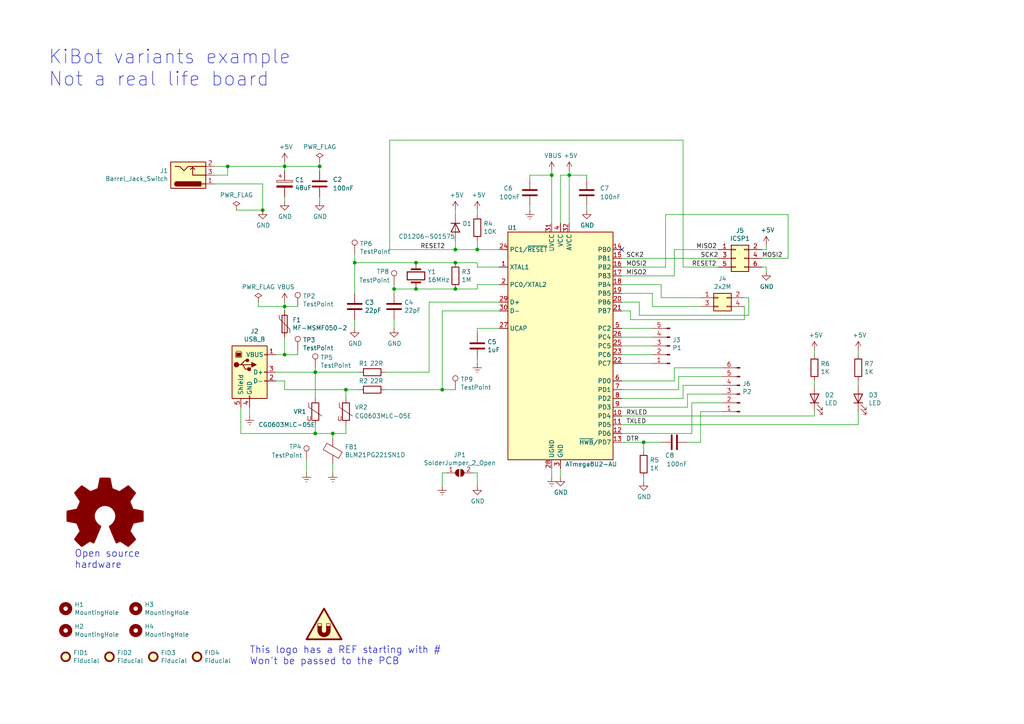
<source format=kicad_sch>
(kicad_sch (version 20230121) (generator eeschema)
  (paper "A4")
  (title_block (title "Arduino UNO programmer") (date "${date}") (rev "${git_hash}") (company "Instituto Nacional de Tecnología Industrial") (comment 1 "Just a copy of the original circuit, but not as ugly") (comment 4 "An example of KiBot variants"))
  (lib_symbols
    (symbol "Connector:Barrel_Jack_Switch" (pin_names hide)
      (property "Reference" "J" (at 0 5.334 0))
      (property "Value" "Barrel_Jack_Switch" (at 0 -5.08 0))
      (symbol "Barrel_Jack_Switch_1_1"
        (pin passive line (at 7.62 2.54 180) (length 2.54) (name "~") (number "1"))
        (pin passive line (at 7.62 -2.54 180) (length 2.54) (name "~") (number "2"))
        (pin passive line (at 7.62 0 180) (length 2.54) (name "~") (number "3"))
      )
    )
    (symbol "Connector:Conn_01x05_Male" (pin_names (offset 1.016) hide)
      (property "Reference" "J" (at 0 7.62 0))
      (property "Value" "Conn_01x05_Male" (at 0 -7.62 0))
      (symbol "Conn_01x05_Male_1_1"
        (pin passive line (at 5.08 5.08 180) (length 3.81) (name "Pin_1") (number "1"))
        (pin passive line (at 5.08 2.54 180) (length 3.81) (name "Pin_2") (number "2"))
        (pin passive line (at 5.08 0 180) (length 3.81) (name "Pin_3") (number "3"))
        (pin passive line (at 5.08 -2.54 180) (length 3.81) (name "Pin_4") (number "4"))
        (pin passive line (at 5.08 -5.08 180) (length 3.81) (name "Pin_5") (number "5"))
      )
    )
    (symbol "Connector:Conn_01x06_Male" (pin_names (offset 1.016) hide)
      (property "Reference" "J" (at 0 7.62 0))
      (property "Value" "Conn_01x06_Male" (at 0 -10.16 0))
      (symbol "Conn_01x06_Male_1_1"
        (pin passive line (at 5.08 5.08 180) (length 3.81) (name "Pin_1") (number "1"))
        (pin passive line (at 5.08 2.54 180) (length 3.81) (name "Pin_2") (number "2"))
        (pin passive line (at 5.08 0 180) (length 3.81) (name "Pin_3") (number "3"))
        (pin passive line (at 5.08 -2.54 180) (length 3.81) (name "Pin_4") (number "4"))
        (pin passive line (at 5.08 -5.08 180) (length 3.81) (name "Pin_5") (number "5"))
        (pin passive line (at 5.08 -7.62 180) (length 3.81) (name "Pin_6") (number "6"))
      )
    )
    (symbol "Connector:TestPoint" (pin_numbers hide) (pin_names (offset 0.762) hide)
      (property "Reference" "TP" (at 0 6.858 0))
      (property "Value" "TestPoint" (at 0 5.08 0))
      (symbol "TestPoint_1_1"
        (pin passive line (at 0 0 90) (length 2.54) (name "1") (number "1"))
      )
    )
    (symbol "Connector:USB_B" (pin_names (offset 1.016))
      (property "Reference" "J" (at -5.08 11.43 0))
      (property "Value" "USB_B" (at -5.08 8.89 0))
      (symbol "USB_B_1_1"
        (pin power_out line (at 7.62 5.08 180) (length 2.54) (name "VBUS") (number "1"))
        (pin bidirectional line (at 7.62 -2.54 180) (length 2.54) (name "D-") (number "2"))
        (pin bidirectional line (at 7.62 0 180) (length 2.54) (name "D+") (number "3"))
        (pin power_out line (at 0 -10.16 90) (length 2.54) (name "GND") (number "4"))
        (pin passive line (at -2.54 -10.16 90) (length 2.54) (name "Shield") (number "5"))
      )
    )
    (symbol "Connector_Generic:Conn_02x02_Odd_Even" (pin_names (offset 1.016) hide)
      (property "Reference" "J" (at 1.27 2.54 0))
      (property "Value" "Conn_02x02_Odd_Even" (at 1.27 -5.08 0))
      (symbol "Conn_02x02_Odd_Even_1_1"
        (pin passive line (at -5.08 0 0) (length 3.81) (name "Pin_1") (number "1"))
        (pin passive line (at 7.62 0 180) (length 3.81) (name "Pin_2") (number "2"))
        (pin passive line (at -5.08 -2.54 0) (length 3.81) (name "Pin_3") (number "3"))
        (pin passive line (at 7.62 -2.54 180) (length 3.81) (name "Pin_4") (number "4"))
      )
    )
    (symbol "Connector_Generic:Conn_02x03_Odd_Even" (pin_names (offset 1.016) hide)
      (property "Reference" "J" (at 1.27 5.08 0))
      (property "Value" "Conn_02x03_Odd_Even" (at 1.27 -5.08 0))
      (symbol "Conn_02x03_Odd_Even_1_1"
        (pin passive line (at -5.08 2.54 0) (length 3.81) (name "Pin_1") (number "1"))
        (pin passive line (at 7.62 2.54 180) (length 3.81) (name "Pin_2") (number "2"))
        (pin passive line (at -5.08 0 0) (length 3.81) (name "Pin_3") (number "3"))
        (pin passive line (at 7.62 0 180) (length 3.81) (name "Pin_4") (number "4"))
        (pin passive line (at -5.08 -2.54 0) (length 3.81) (name "Pin_5") (number "5"))
        (pin passive line (at 7.62 -2.54 180) (length 3.81) (name "Pin_6") (number "6"))
      )
    )
    (symbol "Device:C" (pin_numbers hide) (pin_names (offset 0.254))
      (property "Reference" "C" (at 0.635 2.54 0))
      (property "Value" "C" (at 0.635 -2.54 0))
      (symbol "C_1_1"
        (pin passive line (at 0 3.81 270) (length 2.794) (name "~") (number "1"))
        (pin passive line (at 0 -3.81 90) (length 2.794) (name "~") (number "2"))
      )
    )
    (symbol "Device:C_Polarized" (pin_numbers hide) (pin_names (offset 0.254))
      (property "Reference" "C" (at 0.635 2.54 0))
      (property "Value" "C_Polarized" (at 0.635 -2.54 0))
      (symbol "C_Polarized_1_1"
        (pin passive line (at 0 3.81 270) (length 2.794) (name "~") (number "1"))
        (pin passive line (at 0 -3.81 90) (length 2.794) (name "~") (number "2"))
      )
    )
    (symbol "Device:Crystal" (pin_numbers hide) (pin_names (offset 1.016) hide)
      (property "Reference" "Y" (at 0 3.81 0))
      (property "Value" "Crystal" (at 0 -3.81 0))
      (symbol "Crystal_1_1"
        (pin passive line (at -3.81 0 0) (length 1.27) (name "1") (number "1"))
        (pin passive line (at 3.81 0 180) (length 1.27) (name "2") (number "2"))
      )
    )
    (symbol "Device:D" (pin_numbers hide) (pin_names (offset 1.016) hide)
      (property "Reference" "D" (at 0 2.54 0))
      (property "Value" "D" (at 0 -2.54 0))
      (symbol "D_1_1"
        (pin passive line (at -3.81 0 0) (length 2.54) (name "K") (number "1"))
        (pin passive line (at 3.81 0 180) (length 2.54) (name "A") (number "2"))
      )
    )
    (symbol "Device:FerriteBead" (pin_numbers hide) (pin_names (offset 0))
      (property "Reference" "FB" (at -3.81 0.635 90))
      (property "Value" "FerriteBead" (at 3.81 0 90))
      (symbol "FerriteBead_1_1"
        (pin passive line (at 0 3.81 270) (length 2.54) (name "~") (number "1"))
        (pin passive line (at 0 -3.81 90) (length 2.54) (name "~") (number "2"))
      )
    )
    (symbol "Device:LED" (pin_numbers hide) (pin_names (offset 1.016) hide)
      (property "Reference" "D" (at 0 2.54 0))
      (property "Value" "LED" (at 0 -2.54 0))
      (symbol "LED_1_1"
        (pin passive line (at -3.81 0 0) (length 2.54) (name "K") (number "1"))
        (pin passive line (at 3.81 0 180) (length 2.54) (name "A") (number "2"))
      )
    )
    (symbol "Device:Polyfuse" (pin_numbers hide) (pin_names (offset 0))
      (property "Reference" "F" (at -2.54 0 90))
      (property "Value" "Polyfuse" (at 2.54 0 90))
      (symbol "Polyfuse_1_1"
        (pin passive line (at 0 3.81 270) (length 1.27) (name "~") (number "1"))
        (pin passive line (at 0 -3.81 90) (length 1.27) (name "~") (number "2"))
      )
    )
    (symbol "Device:R" (pin_numbers hide) (pin_names (offset 0))
      (property "Reference" "R" (at 2.032 0 90))
      (property "Value" "R" (at 0 0 90))
      (symbol "R_1_1"
        (pin passive line (at 0 3.81 270) (length 1.27) (name "~") (number "1"))
        (pin passive line (at 0 -3.81 90) (length 1.27) (name "~") (number "2"))
      )
    )
    (symbol "Device:Varistor" (pin_numbers hide) (pin_names (offset 0))
      (property "Reference" "RV" (at 3.175 0 90))
      (property "Value" "Varistor" (at -3.175 0 90))
      (symbol "Varistor_0_0"
        (text "U" (at -1.778 -2.032 0) (effects (font (size 1.27 1.27))))
      )
      (symbol "Varistor_1_1"
        (pin passive line (at 0 3.81 270) (length 1.27) (name "~") (number "1"))
        (pin passive line (at 0 -3.81 90) (length 1.27) (name "~") (number "2"))
      )
    )
    (symbol "Graphic:Logo_Open_Hardware_Large" (pin_names (offset 1.016)))
    (symbol "Graphic:SYM_Magnet_Large" (pin_names (offset 1.016) hide))
    (symbol "Jumper:SolderJumper_2_Open" (pin_names (offset 0) hide)
      (property "Reference" "JP" (at 0 2.032 0))
      (property "Value" "SolderJumper_2_Open" (at 0 -2.54 0))
      (symbol "SolderJumper_2_Open_1_1"
        (pin passive line (at -3.81 0 0) (length 2.54) (name "A") (number "1"))
        (pin passive line (at 3.81 0 180) (length 2.54) (name "B") (number "2"))
      )
    )
    (symbol "MCU_Microchip_ATmega:ATmega8U2-A"
      (property "Reference" "U" (at -15.24 34.29 0))
      (property "Value" "ATmega8U2-A" (at 2.54 -34.29 0))
      (symbol "ATmega8U2-A_1_1"
        (pin input line (at -17.78 22.86 0) (length 2.54) (name "XTAL1") (number "1"))
        (pin bidirectional line (at 17.78 -20.32 180) (length 2.54) (name "PD4") (number "10"))
        (pin bidirectional line (at 17.78 -22.86 180) (length 2.54) (name "PD5") (number "11"))
        (pin bidirectional line (at 17.78 -25.4 180) (length 2.54) (name "PD6") (number "12"))
        (pin bidirectional line (at 17.78 -27.94 180) (length 2.54) (name "~{HWB}/PD7") (number "13"))
        (pin bidirectional line (at 17.78 27.94 180) (length 2.54) (name "PB0") (number "14"))
        (pin bidirectional line (at 17.78 25.4 180) (length 2.54) (name "PB1") (number "15"))
        (pin bidirectional line (at 17.78 22.86 180) (length 2.54) (name "PB2") (number "16"))
        (pin bidirectional line (at 17.78 20.32 180) (length 2.54) (name "PB3") (number "17"))
        (pin bidirectional line (at 17.78 17.78 180) (length 2.54) (name "PB4") (number "18"))
        (pin bidirectional line (at 17.78 15.24 180) (length 2.54) (name "PB5") (number "19"))
        (pin bidirectional line (at -17.78 17.78 0) (length 2.54) (name "PC0/XTAL2") (number "2"))
        (pin bidirectional line (at 17.78 12.7 180) (length 2.54) (name "PB6") (number "20"))
        (pin bidirectional line (at 17.78 10.16 180) (length 2.54) (name "PB7") (number "21"))
        (pin bidirectional line (at 17.78 -5.08 180) (length 2.54) (name "PC7") (number "22"))
        (pin bidirectional line (at 17.78 -2.54 180) (length 2.54) (name "PC6") (number "23"))
        (pin bidirectional line (at -17.78 27.94 0) (length 2.54) (name "PC1/~{RESET}") (number "24"))
        (pin bidirectional line (at 17.78 0 180) (length 2.54) (name "PC5") (number "25"))
        (pin bidirectional line (at 17.78 2.54 180) (length 2.54) (name "PC4") (number "26"))
        (pin passive line (at -17.78 5.08 0) (length 2.54) (name "UCAP") (number "27"))
        (pin power_in line (at -2.54 -35.56 90) (length 2.54) (name "UGND") (number "28"))
        (pin bidirectional line (at -17.78 12.7 0) (length 2.54) (name "D+") (number "29"))
        (pin power_in line (at 0 -35.56 90) (length 2.54) (name "GND") (number "3"))
        (pin bidirectional line (at -17.78 10.16 0) (length 2.54) (name "D-") (number "30"))
        (pin power_in line (at -2.54 35.56 270) (length 2.54) (name "UVCC") (number "31"))
        (pin power_in line (at 2.54 35.56 270) (length 2.54) (name "AVCC") (number "32"))
        (pin power_in line (at 0 35.56 270) (length 2.54) (name "VCC") (number "4"))
        (pin bidirectional line (at 17.78 5.08 180) (length 2.54) (name "PC2") (number "5"))
        (pin bidirectional line (at 17.78 -10.16 180) (length 2.54) (name "PD0") (number "6"))
        (pin bidirectional line (at 17.78 -12.7 180) (length 2.54) (name "PD1") (number "7"))
        (pin bidirectional line (at 17.78 -15.24 180) (length 2.54) (name "PD2") (number "8"))
        (pin bidirectional line (at 17.78 -17.78 180) (length 2.54) (name "PD3") (number "9"))
      )
    )
    (symbol "Mechanical:Fiducial"
      (property "Reference" "FID" (at 0 5.08 0))
      (property "Value" "Fiducial" (at 0 3.175 0))
    )
    (symbol "Mechanical:MountingHole" (pin_names (offset 1.016))
      (property "Reference" "H" (at 0 5.08 0))
      (property "Value" "MountingHole" (at 0 3.175 0))
    )
    (symbol "power:+5V" (power) (pin_names (offset 0))
      (property "Value" "+5V" (at 0 3.556 0))
      (symbol "+5V_1_1"
        (pin power_in line (at 0 0 90) (length 0) hide (name "+5V") (number "1"))
      )
    )
    (symbol "power:Earth" (power) (pin_names (offset 0))
      (symbol "Earth_1_1"
        (pin power_in line (at 0 0 270) (length 0) hide (name "Earth") (number "1"))
      )
    )
    (symbol "power:GND" (power) (pin_names (offset 0))
      (property "Value" "GND" (at 0 -3.81 0))
      (symbol "GND_1_1"
        (pin power_in line (at 0 0 270) (length 0) hide (name "GND") (number "1"))
      )
    )
    (symbol "power:PWR_FLAG" (power) (pin_numbers hide) (pin_names (offset 0) hide)
      (property "Value" "PWR_FLAG" (at 0 3.81 0))
      (symbol "PWR_FLAG_0_0"
        (pin power_out line (at 0 0 90) (length 0) (name "pwr") (number "1"))
      )
    )
    (symbol "power:VBUS" (power) (pin_names (offset 0))
      (property "Value" "VBUS" (at 0 3.81 0))
      (symbol "VBUS_1_1"
        (pin power_in line (at 0 0 90) (length 0) hide (name "VBUS") (number "1"))
      )
    )
  )
  (junction (at 82.55 88.9))
  (junction (at 160.02 50.8))
  (junction (at 132.08 76.2))
  (junction (at 91.44 125.73))
  (junction (at 100.33 113.03))
  (junction (at 138.43 72.39))
  (junction (at 128.27 113.03))
  (junction (at 96.52 125.73))
  (junction (at 186.69 128.27))
  (junction (at 120.65 76.2))
  (junction (at 114.3 83.82))
  (junction (at 82.55 48.26))
  (junction (at 92.71 48.26))
  (junction (at 102.87 76.2))
  (junction (at 132.08 72.39))
  (junction (at 82.55 102.87))
  (junction (at 91.44 107.95))
  (junction (at 165.1 50.8))
  (junction (at 132.08 83.82))
  (junction (at 66.04 48.26))
  (junction (at 76.2 60.96))
  (junction (at 120.65 83.82))
  (no_connect (at 180.34 72.39))
  (wire (pts (xy 186.69 130.81) (xy 186.69 128.27)))
  (wire (pts (xy 96.52 125.73) (xy 96.52 127)))
  (wire (pts (xy 91.44 125.73) (xy 96.52 125.73)))
  (wire (pts (xy 82.55 102.87) (xy 82.55 97.79)))
  (wire (pts (xy 92.71 46.99) (xy 92.71 48.26)))
  (wire (pts (xy 66.04 50.8) (xy 66.04 48.26)))
  (wire (pts (xy 162.56 50.8) (xy 165.1 50.8)))
  (wire (pts (xy 248.92 123.19) (xy 248.92 119.38)))
  (wire (pts (xy 153.67 50.8) (xy 160.02 50.8)))
  (wire (pts (xy 144.78 95.25) (xy 138.43 95.25)))
  (wire (pts (xy 132.08 76.2) (xy 120.65 76.2)))
  (wire (pts (xy 111.76 113.03) (xy 128.27 113.03)))
  (wire (pts (xy 182.88 92.71) (xy 215.9 92.71)))
  (wire (pts (xy 128.27 137.16) (xy 128.27 140.97)))
  (wire (pts (xy 180.34 85.09) (xy 189.23 85.09)))
  (wire (pts (xy 209.55 106.68) (xy 195.58 106.68)))
  (wire (pts (xy 114.3 92.71) (xy 114.3 95.25)))
  (wire (pts (xy 180.34 80.01) (xy 195.58 80.01)))
  (wire (pts (xy 162.56 64.77) (xy 162.56 50.8)))
  (wire (pts (xy 82.55 113.03) (xy 82.55 110.49)))
  (wire (pts (xy 203.2 128.27) (xy 203.2 119.38)))
  (wire (pts (xy 180.34 87.63) (xy 185.42 87.63)))
  (wire (pts (xy 100.33 113.03) (xy 82.55 113.03)))
  (wire (pts (xy 76.2 60.96) (xy 68.58 60.96)))
  (wire (pts (xy 138.43 77.47) (xy 138.43 76.2)))
  (wire (pts (xy 138.43 95.25) (xy 138.43 96.52)))
  (wire (pts (xy 132.08 69.85) (xy 132.08 72.39)))
  (wire (pts (xy 62.23 50.8) (xy 66.04 50.8)))
  (wire (pts (xy 120.65 83.82) (xy 114.3 83.82)))
  (wire (pts (xy 198.12 111.76) (xy 198.12 115.57)))
  (wire (pts (xy 217.17 91.44) (xy 217.17 86.36)))
  (wire (pts (xy 220.98 72.39) (xy 222.25 72.39)))
  (wire (pts (xy 69.85 118.11) (xy 69.85 125.73)))
  (wire (pts (xy 153.67 52.07) (xy 153.67 50.8)))
  (wire (pts (xy 114.3 82.55) (xy 114.3 83.82)))
  (wire (pts (xy 199.39 128.27) (xy 203.2 128.27)))
  (wire (pts (xy 195.58 80.01) (xy 195.58 72.39)))
  (wire (pts (xy 198.12 40.64) (xy 113.03 40.64)))
  (wire (pts (xy 113.03 72.39) (xy 132.08 72.39)))
  (wire (pts (xy 153.67 59.69) (xy 153.67 60.96)))
  (wire (pts (xy 236.22 120.65) (xy 236.22 119.38)))
  (wire (pts (xy 180.34 95.25) (xy 189.23 95.25)))
  (wire (pts (xy 198.12 77.47) (xy 198.12 40.64)))
  (wire (pts (xy 80.01 102.87) (xy 82.55 102.87)))
  (wire (pts (xy 129.54 137.16) (xy 128.27 137.16)))
  (wire (pts (xy 92.71 57.15) (xy 92.71 58.42)))
  (wire (pts (xy 144.78 77.47) (xy 138.43 77.47)))
  (wire (pts (xy 182.88 90.17) (xy 182.88 92.71)))
  (wire (pts (xy 91.44 106.68) (xy 91.44 107.95)))
  (wire (pts (xy 199.39 114.3) (xy 209.55 114.3)))
  (wire (pts (xy 96.52 125.73) (xy 100.33 125.73)))
  (wire (pts (xy 138.43 83.82) (xy 138.43 82.55)))
  (wire (pts (xy 236.22 110.49) (xy 236.22 111.76)))
  (wire (pts (xy 96.52 134.62) (xy 96.52 137.16)))
  (wire (pts (xy 62.23 48.26) (xy 66.04 48.26)))
  (wire (pts (xy 180.34 125.73) (xy 200.66 125.73)))
  (wire (pts (xy 120.65 76.2) (xy 102.87 76.2)))
  (wire (pts (xy 72.39 118.11) (xy 72.39 120.65)))
  (wire (pts (xy 165.1 64.77) (xy 165.1 50.8)))
  (wire (pts (xy 180.34 118.11) (xy 199.39 118.11)))
  (wire (pts (xy 220.98 77.47) (xy 222.25 77.47)))
  (wire (pts (xy 138.43 76.2) (xy 132.08 76.2)))
  (wire (pts (xy 195.58 72.39) (xy 208.28 72.39)))
  (wire (pts (xy 132.08 83.82) (xy 120.65 83.82)))
  (wire (pts (xy 100.33 115.57) (xy 100.33 113.03)))
  (wire (pts (xy 180.34 120.65) (xy 236.22 120.65)))
  (wire (pts (xy 180.34 128.27) (xy 186.69 128.27)))
  (wire (pts (xy 170.18 52.07) (xy 170.18 50.8)))
  (wire (pts (xy 138.43 60.96) (xy 138.43 62.23)))
  (wire (pts (xy 180.34 82.55) (xy 191.77 82.55)))
  (wire (pts (xy 195.58 106.68) (xy 195.58 110.49)))
  (wire (pts (xy 189.23 85.09) (xy 189.23 88.9)))
  (wire (pts (xy 189.23 88.9) (xy 203.2 88.9)))
  (wire (pts (xy 102.87 76.2) (xy 102.87 85.09)))
  (wire (pts (xy 128.27 113.03) (xy 128.27 90.17)))
  (wire (pts (xy 92.71 48.26) (xy 92.71 49.53)))
  (wire (pts (xy 189.23 97.79) (xy 180.34 97.79)))
  (wire (pts (xy 185.42 87.63) (xy 185.42 91.44)))
  (wire (pts (xy 86.36 101.6) (xy 86.36 102.87)))
  (wire (pts (xy 170.18 59.69) (xy 170.18 60.96)))
  (wire (pts (xy 138.43 105.41) (xy 138.43 104.14)))
  (wire (pts (xy 186.69 138.43) (xy 186.69 139.7)))
  (wire (pts (xy 82.55 57.15) (xy 82.55 58.42)))
  (wire (pts (xy 82.55 110.49) (xy 80.01 110.49)))
  (wire (pts (xy 180.34 100.33) (xy 189.23 100.33)))
  (wire (pts (xy 138.43 137.16) (xy 138.43 140.97)))
  (wire (pts (xy 132.08 60.96) (xy 132.08 62.23)))
  (wire (pts (xy 228.6 74.93) (xy 228.6 62.23)))
  (wire (pts (xy 82.55 46.99) (xy 82.55 48.26)))
  (wire (pts (xy 137.16 137.16) (xy 138.43 137.16)))
  (wire (pts (xy 222.25 72.39) (xy 222.25 71.12)))
  (wire (pts (xy 208.28 77.47) (xy 198.12 77.47)))
  (wire (pts (xy 104.14 113.03) (xy 100.33 113.03)))
  (wire (pts (xy 86.36 88.9) (xy 82.55 88.9)))
  (wire (pts (xy 198.12 115.57) (xy 180.34 115.57)))
  (wire (pts (xy 189.23 102.87) (xy 180.34 102.87)))
  (wire (pts (xy 100.33 125.73) (xy 100.33 123.19)))
  (wire (pts (xy 203.2 119.38) (xy 209.55 119.38)))
  (wire (pts (xy 180.34 113.03) (xy 196.85 113.03)))
  (wire (pts (xy 222.25 77.47) (xy 222.25 78.74)))
  (wire (pts (xy 185.42 91.44) (xy 217.17 91.44)))
  (wire (pts (xy 114.3 83.82) (xy 114.3 85.09)))
  (wire (pts (xy 66.04 48.26) (xy 82.55 48.26)))
  (wire (pts (xy 191.77 82.55) (xy 191.77 86.36)))
  (wire (pts (xy 180.34 90.17) (xy 182.88 90.17)))
  (wire (pts (xy 236.22 101.6) (xy 236.22 102.87)))
  (wire (pts (xy 124.46 87.63) (xy 124.46 107.95)))
  (wire (pts (xy 199.39 118.11) (xy 199.39 114.3)))
  (wire (pts (xy 180.34 74.93) (xy 208.28 74.93)))
  (wire (pts (xy 217.17 86.36) (xy 215.9 86.36)))
  (wire (pts (xy 82.55 48.26) (xy 92.71 48.26)))
  (wire (pts (xy 102.87 92.71) (xy 102.87 95.25)))
  (wire (pts (xy 195.58 110.49) (xy 180.34 110.49)))
  (wire (pts (xy 193.04 62.23) (xy 228.6 62.23)))
  (wire (pts (xy 113.03 40.64) (xy 113.03 72.39)))
  (wire (pts (xy 196.85 113.03) (xy 196.85 109.22)))
  (wire (pts (xy 74.93 88.9) (xy 74.93 87.63)))
  (wire (pts (xy 82.55 48.26) (xy 82.55 49.53)))
  (wire (pts (xy 165.1 50.8) (xy 165.1 49.53)))
  (wire (pts (xy 160.02 64.77) (xy 160.02 50.8)))
  (wire (pts (xy 160.02 135.89) (xy 160.02 138.43)))
  (wire (pts (xy 138.43 82.55) (xy 144.78 82.55)))
  (wire (pts (xy 248.92 110.49) (xy 248.92 111.76)))
  (wire (pts (xy 144.78 87.63) (xy 124.46 87.63)))
  (wire (pts (xy 69.85 125.73) (xy 91.44 125.73)))
  (wire (pts (xy 132.08 72.39) (xy 138.43 72.39)))
  (wire (pts (xy 200.66 125.73) (xy 200.66 116.84)))
  (wire (pts (xy 193.04 77.47) (xy 193.04 62.23)))
  (wire (pts (xy 180.34 123.19) (xy 248.92 123.19)))
  (wire (pts (xy 91.44 107.95) (xy 104.14 107.95)))
  (wire (pts (xy 102.87 73.66) (xy 102.87 76.2)))
  (wire (pts (xy 91.44 123.19) (xy 91.44 125.73)))
  (wire (pts (xy 132.08 83.82) (xy 138.43 83.82)))
  (wire (pts (xy 76.2 53.34) (xy 76.2 60.96)))
  (wire (pts (xy 209.55 111.76) (xy 198.12 111.76)))
  (wire (pts (xy 82.55 88.9) (xy 82.55 87.63)))
  (wire (pts (xy 165.1 50.8) (xy 170.18 50.8)))
  (wire (pts (xy 91.44 115.57) (xy 91.44 107.95)))
  (wire (pts (xy 196.85 109.22) (xy 209.55 109.22)))
  (wire (pts (xy 62.23 53.34) (xy 76.2 53.34)))
  (wire (pts (xy 132.08 113.03) (xy 128.27 113.03)))
  (wire (pts (xy 80.01 107.95) (xy 91.44 107.95)))
  (wire (pts (xy 200.66 116.84) (xy 209.55 116.84)))
  (wire (pts (xy 162.56 135.89) (xy 162.56 138.43)))
  (wire (pts (xy 191.77 86.36) (xy 203.2 86.36)))
  (wire (pts (xy 180.34 105.41) (xy 189.23 105.41)))
  (wire (pts (xy 160.02 50.8) (xy 160.02 49.53)))
  (wire (pts (xy 124.46 107.95) (xy 111.76 107.95)))
  (wire (pts (xy 82.55 88.9) (xy 74.93 88.9)))
  (wire (pts (xy 138.43 72.39) (xy 144.78 72.39)))
  (wire (pts (xy 128.27 90.17) (xy 144.78 90.17)))
  (wire (pts (xy 248.92 101.6) (xy 248.92 102.87)))
  (wire (pts (xy 82.55 90.17) (xy 82.55 88.9)))
  (wire (pts (xy 186.69 128.27) (xy 191.77 128.27)))
  (wire (pts (xy 215.9 92.71) (xy 215.9 88.9)))
  (wire (pts (xy 88.9 133.35) (xy 88.9 137.16)))
  (wire (pts (xy 138.43 69.85) (xy 138.43 72.39)))
  (wire (pts (xy 180.34 77.47) (xy 193.04 77.47)))
  (wire (pts (xy 220.98 74.93) (xy 228.6 74.93)))
  (wire (pts (xy 86.36 102.87) (xy 82.55 102.87)))
  (text "Open source\nhardware" (at 21.59 165.1 0) (effects (font (size 2.0066 2.0066)) (justify left bottom)))
  (text "This logo has a REF starting with #\nWon't be passed to the PCB" (at 72.39 193.04 0) (effects (font (size 2.0066 2.0066)) (justify left bottom)))
  (text "KiBot variants example\nNot a real life board" (at 13.97 25.4 0) (effects (font (size 3.9878 3.9878)) (justify left bottom)))
  (label "RESET2" (at 121.92 72.39 0))
  (label "MISO2" (at 181.61 80.01 0))
  (label "DTR" (at 181.61 128.27 0))
  (label "SCK2" (at 181.61 74.93 0))
  (label "RXLED" (at 181.61 120.65 0))
  (label "RESET2" (at 200.66 77.47 0))
  (label "MISO2" (at 201.93 72.39 0))
  (label "SCK2" (at 203.2 74.93 0))
  (label "TXLED" (at 181.61 123.19 0))
  (label "MOSI2" (at 220.98 74.93 0))
  (label "MOSI2" (at 181.61 77.47 0))
  (symbol (lib_id "MCU_Microchip_ATmega:ATmega8U2-A") (at 162.56 100.33 0) (unit 1)
    (property "Reference" "U1" (at 148.59 66.04 0))
    (property "Value" "ATmega8U2-AU" (at 171.45 134.62 0))
    (property "Footprint" "Package_QFP:TQFP-32_7x7mm_P0.8mm" (effects hide))
    (property "Datasheet" "http://ww1.microchip.com/downloads/en/DeviceDoc/doc7799.pdf" (effects hide))
  )
  (symbol (lib_id "Device:R") (at 132.08 80.01 0) (unit 1)
    (property "Reference" "R3" (at 133.858 78.8416 0) (effects (justify left)))
    (property "Value" "1M" (at 133.858 81.153 0) (effects (justify left)))
    (property "Footprint" "Resistor_SMD:R_0805_2012Metric" (effects hide))
    (property "Config" "+USB,+XTAL" (effects hide))
  )
  (symbol (lib_id "Device:C") (at 114.3 88.9 0) (unit 1)
    (property "Reference" "C4" (at 117.221 87.7316 0) (effects (justify left)))
    (property "Value" "22pF" (at 117.221 90.043 0) (effects (justify left)))
    (property "Footprint" "Capacitor_SMD:C_0805_2012Metric" (effects hide))
    (property "Config" "+USB,+XTAL" (effects hide))
  )
  (symbol (lib_id "Device:C") (at 102.87 88.9 0) (unit 1)
    (property "Reference" "C3" (at 105.791 87.7316 0) (effects (justify left)))
    (property "Value" "22pF" (at 105.791 90.043 0) (effects (justify left)))
    (property "Footprint" "Capacitor_SMD:C_0805_2012Metric" (effects hide))
    (property "Config" "+USB,+XTAL" (effects hide))
  )
  (symbol (lib_id "power:GND") (at 102.87 95.25 0) (unit 1)
    (property "Reference" "#PWR09" (effects hide))
    (property "Value" "GND" (at 102.997 99.6442 0))
  )
  (symbol (lib_id "power:GND") (at 114.3 95.25 0) (unit 1)
    (property "Reference" "#PWR010" (effects hide))
    (property "Value" "GND" (at 114.427 99.6442 0))
  )
  (symbol (lib_id "Connector:TestPoint") (at 102.87 73.66 0) (unit 1)
    (property "Reference" "TP6" (at 104.3432 70.6628 0) (effects (justify left)))
    (property "Value" "TestPoint" (at 104.3432 72.9742 0) (effects (justify left)))
    (property "Footprint" "TestPoint:TestPoint_Pad_D1.0mm" (effects hide))
  )
  (symbol (lib_id "Connector:TestPoint") (at 114.3 82.55 0) (unit 1)
    (property "Reference" "TP8" (at 109.22 78.74 0) (effects (justify left)))
    (property "Value" "TestPoint" (at 104.14 81.28 0) (effects (justify left)))
    (property "Footprint" "TestPoint:TestPoint_Pad_D1.0mm" (effects hide))
  )
  (symbol (lib_id "Device:Varistor") (at 100.33 119.38 0) (unit 1)
    (property "Reference" "VR2" (at 102.87 118.11 0) (effects (justify left)))
    (property "Value" "CG0603MLC-05E" (at 102.87 120.65 0) (effects (justify left)))
    (property "Footprint" "Resistor_SMD:R_0603_1608Metric" (effects hide))
    (property "Datasheet" "https://www.bourns.com/docs/Product-Datasheets/MLC.pdf" (effects hide))
    (property "MFN" "Bourns Inc." (effects hide))
    (property "MFP" "CG0603MLC-05E" (effects hide))
    (property "Config" "+USB" (effects hide))
  )
  (symbol (lib_id "Device:Crystal") (at 120.65 80.01 270) (unit 1)
    (property "Reference" "Y1" (at 123.9774 78.8416 90) (effects (justify left)))
    (property "Value" "16MHz" (at 123.9774 81.153 90) (effects (justify left)))
    (property "Footprint" "Crystal:Crystal_SMD_Abracon_ABM3-2Pin_5.0x3.2mm" (effects hide))
    (property "Datasheet" "https://www.foxonline.com/pdfs/C4ST.pdf" (effects hide))
    (property "MFN" "Abracon LLC" (effects hide))
    (property "MFP" "ABM3-16.000MHZ-B2-T" (effects hide))
    (property "Config" "+USB,+XTAL" (effects hide))
  )
  (symbol (lib_id "Device:R") (at 107.95 107.95 270) (unit 1)
    (property "Reference" "R1" (at 105.41 105.41 90))
    (property "Value" "22R" (at 109.22 105.41 90))
    (property "Footprint" "Resistor_SMD:R_0805_2012Metric" (effects hide))
    (property "Config" "+USB" (effects hide))
  )
  (symbol (lib_id "Device:R") (at 107.95 113.03 270) (unit 1)
    (property "Reference" "R2" (at 105.41 110.49 90))
    (property "Value" "22R" (at 109.22 110.49 90))
    (property "Footprint" "Resistor_SMD:R_0805_2012Metric" (effects hide))
    (property "Config" "+USB" (effects hide))
  )
  (symbol (lib_id "Connector:USB_B") (at 72.39 107.95 0) (unit 1)
    (property "Reference" "J2" (at 73.8378 96.0882 0))
    (property "Value" "USB_B" (at 73.8378 98.3996 0))
    (property "Footprint" "Connector_USB:USB_B_Lumberg_2411_02_Horizontal" (effects hide))
    (property "Datasheet" "https://www.te.com/commerce/DocumentDelivery/DDEController?Action=srchrtrv&DocNm=292304&DocType=Customer+Drawing&DocLang=English" (effects hide))
    (property "MFN" "TE Connectivity AMP Connectors" (effects hide))
    (property "MFP" "292304-1" (effects hide))
    (property "Config" "+USB" (effects hide))
  )
  (symbol (lib_id "Device:Varistor") (at 91.44 119.38 0) (unit 1)
    (property "Reference" "VR1" (at 85.09 119.38 0) (effects (justify left)))
    (property "Value" "CG0603MLC-05E" (at 74.93 123.19 0) (effects (justify left)))
    (property "Footprint" "Resistor_SMD:R_0603_1608Metric" (effects hide))
    (property "Datasheet" "https://www.bourns.com/docs/Product-Datasheets/MLC.pdf" (effects hide))
    (property "MFN" "Bourns Inc." (effects hide))
    (property "MFP" "CG0603MLC-05E" (effects hide))
    (property "Config" "+USB" (effects hide))
  )
  (symbol (lib_id "Device:FerriteBead") (at 96.52 130.81 0) (unit 1)
    (property "Reference" "FB1" (at 99.9998 129.6416 0) (effects (justify left)))
    (property "Value" "BLM21PG221SN1D" (at 99.9998 131.953 0) (effects (justify left)))
    (property "Footprint" "Resistor_SMD:R_0805_2012Metric" (effects hide))
    (property "Datasheet" "https://www.murata.com/en-eu/api/pdfdownloadapi?cate=cgsubChipFerriBead&partno=BLM21PG221SN1%23" (effects hide))
    (property "MFN" "Murata" (effects hide))
    (property "MFP" "BLM21PG221SN1D" (effects hide))
    (property "Config" "+USB" (effects hide))
  )
  (symbol (lib_id "Device:Polyfuse") (at 82.55 93.98 0) (unit 1)
    (property "Reference" "F1" (at 84.7852 92.8116 0) (effects (justify left)))
    (property "Value" "MF-MSMF050-2" (at 84.7852 95.123 0) (effects (justify left)))
    (property "Footprint" "Resistor_SMD:R_1812_4532Metric" (effects hide))
    (property "Datasheet" "https://www.bourns.com/docs/Product-Datasheets/mfmsmf.pdf" (effects hide))
    (property "Config" "+USB" (effects hide))
  )
  (symbol (lib_id "power:Earth") (at 96.52 137.16 0) (unit 1)
    (property "Reference" "#PWR08" (effects hide))
    (property "Value" "Earth" (effects hide))
  )
  (symbol (lib_id "power:Earth") (at 72.39 120.65 0) (unit 1)
    (property "Reference" "#PWR01" (effects hide))
    (property "Value" "Earth" (effects hide))
  )
  (symbol (lib_id "Connector:TestPoint") (at 91.44 106.68 0) (unit 1)
    (property "Reference" "TP5" (at 92.9132 103.6828 0) (effects (justify left)))
    (property "Value" "TestPoint" (at 92.9132 105.9942 0) (effects (justify left)))
    (property "Footprint" "TestPoint:TestPoint_Pad_D1.0mm" (effects hide))
  )
  (symbol (lib_id "Connector:TestPoint") (at 132.08 113.03 0) (unit 1)
    (property "Reference" "TP9" (at 133.5532 110.0328 0) (effects (justify left)))
    (property "Value" "TestPoint" (at 133.5532 112.3442 0) (effects (justify left)))
    (property "Footprint" "TestPoint:TestPoint_Pad_D1.0mm" (effects hide))
  )
  (symbol (lib_id "power:VBUS") (at 82.55 87.63 0) (unit 1)
    (property "Reference" "#PWR05" (effects hide))
    (property "Value" "VBUS" (at 82.931 83.2358 0))
  )
  (symbol (lib_id "Connector:TestPoint") (at 86.36 88.9 0) (unit 1)
    (property "Reference" "TP2" (at 87.8332 85.9028 0) (effects (justify left)))
    (property "Value" "TestPoint" (at 87.8332 88.2142 0) (effects (justify left)))
    (property "Footprint" "TestPoint:TestPoint_Pad_D1.0mm" (effects hide))
  )
  (symbol (lib_id "power:PWR_FLAG") (at 74.93 87.63 0) (unit 1)
    (property "Reference" "#FLG01" (effects hide))
    (property "Value" "PWR_FLAG" (at 74.93 83.2358 0))
  )
  (symbol (lib_id "power:Earth") (at 88.9 137.16 0) (unit 1)
    (property "Reference" "#PWR06" (effects hide))
    (property "Value" "Earth" (effects hide))
  )
  (symbol (lib_id "Graphic:SYM_Magnet_Large") (at 93.98 180.34 0) (unit 1)
    (property "Reference" "#SYM1" (effects hide))
    (property "Value" "SYM_Magnet_Large" (effects hide))
  )
  (symbol (lib_id "Connector:TestPoint") (at 88.9 133.35 0) (unit 1)
    (property "Reference" "TP4" (at 83.82 129.54 0) (effects (justify left)))
    (property "Value" "TestPoint" (at 78.74 132.08 0) (effects (justify left)))
    (property "Footprint" "TestPoint:TestPoint_Pad_D1.0mm" (effects hide))
  )
  (symbol (lib_id "Device:LED") (at 248.92 115.57 90) (unit 1)
    (property "Reference" "D3" (at 251.9172 114.5794 90) (effects (justify right)))
    (property "Value" "LED" (at 251.9172 116.8908 90) (effects (justify right)))
    (property "Footprint" "LED_SMD:LED_0805_2012Metric" (effects hide))
    (property "Datasheet" "https://dammedia.osram.info/media/resource/hires/osram-dam-2493936/LG%20R971.pdf" (effects hide))
    (property "MFN" "OSRAM Opto Semiconductors Inc." (effects hide))
    (property "MFP" "LG R971-KN-1" (effects hide))
  )
  (symbol (lib_id "power:Earth") (at 138.43 105.41 0) (unit 1)
    (property "Reference" "#PWR014" (effects hide))
    (property "Value" "Earth" (effects hide))
  )
  (symbol (lib_id "Device:C") (at 138.43 100.33 0) (unit 1)
    (property "Reference" "C5" (at 141.351 99.1616 0) (effects (justify left)))
    (property "Value" "1uF" (at 141.351 101.473 0) (effects (justify left)))
    (property "Footprint" "Capacitor_SMD:C_0805_2012Metric" (effects hide))
  )
  (symbol (lib_id "Connector:Barrel_Jack_Switch") (at 54.61 50.8 0) (mirror x) (unit 1)
    (property "Reference" "J1" (at 48.768 49.53 0) (effects (justify right)))
    (property "Value" "Barrel_Jack_Switch" (at 48.768 51.8414 0) (effects (justify right)))
    (property "Footprint" "Connector_BarrelJack:BarrelJack_CLIFF_FC681465S_SMT_Horizontal" (effects hide))
    (property "Datasheet" "https://www.we-online.de/katalog/datasheet/6941xx106102.pdf" (effects hide))
    (property "MFN" "Würth Elektronik" (effects hide))
    (property "MFP" "694106106102" (effects hide))
  )
  (symbol (lib_id "power:VBUS") (at 160.02 49.53 0) (unit 1)
    (property "Reference" "#PWR017" (effects hide))
    (property "Value" "VBUS" (at 160.401 45.1358 0))
  )
  (symbol (lib_id "Device:C") (at 153.67 55.88 0) (unit 1)
    (property "Reference" "C6" (at 146.05 54.61 0) (effects (justify left)))
    (property "Value" "100nF" (at 144.78 57.15 0) (effects (justify left)))
    (property "Footprint" "Capacitor_SMD:C_0805_2012Metric" (effects hide))
  )
  (symbol (lib_id "power:Earth") (at 153.67 60.96 0) (unit 1)
    (property "Reference" "#PWR016" (effects hide))
    (property "Value" "Earth" (effects hide))
  )
  (symbol (lib_id "Connector:TestPoint") (at 86.36 101.6 0) (unit 1)
    (property "Reference" "TP3" (at 87.8332 98.6028 0) (effects (justify left)))
    (property "Value" "TestPoint" (at 87.8332 100.9142 0) (effects (justify left)))
    (property "Footprint" "TestPoint:TestPoint_Pad_D1.0mm" (effects hide))
  )
  (symbol (lib_id "power:Earth") (at 160.02 138.43 0) (unit 1)
    (property "Reference" "#PWR018" (effects hide))
    (property "Value" "Earth" (effects hide))
  )
  (symbol (lib_id "power:GND") (at 162.56 138.43 0) (unit 1)
    (property "Reference" "#PWR019" (effects hide))
    (property "Value" "GND" (at 162.687 142.8242 0))
  )
  (symbol (lib_id "Jumper:SolderJumper_2_Open") (at 133.35 137.16 0) (unit 1)
    (property "Reference" "JP1" (at 133.35 131.953 0))
    (property "Value" "SolderJumper_2_Open" (at 133.35 134.2644 0))
    (property "Footprint" "Jumper:SolderJumper-2_P1.3mm_Open_RoundedPad1.0x1.5mm" (effects hide))
  )
  (symbol (lib_id "power:Earth") (at 128.27 140.97 0) (unit 1)
    (property "Reference" "#PWR011" (effects hide))
    (property "Value" "Earth" (effects hide))
  )
  (symbol (lib_id "power:GND") (at 138.43 140.97 0) (unit 1)
    (property "Reference" "#PWR015" (effects hide))
    (property "Value" "GND" (at 138.557 145.3642 0))
  )
  (symbol (lib_id "Device:R") (at 138.43 66.04 0) (unit 1)
    (property "Reference" "R4" (at 140.208 64.8716 0) (effects (justify left)))
    (property "Value" "10K" (at 140.208 67.183 0) (effects (justify left)))
    (property "Footprint" "Resistor_SMD:R_0805_2012Metric" (effects hide))
  )
  (symbol (lib_id "Device:D") (at 132.08 66.04 270) (unit 1)
    (property "Reference" "D1" (at 134.112 64.8716 90) (effects (justify left)))
    (property "Value" "CD1206-S01575" (at 115.57 68.58 90) (effects (justify left)))
    (property "Footprint" "Diode_SMD:D_1206_3216Metric" (effects hide))
  )
  (symbol (lib_id "power:+5V") (at 132.08 60.96 0) (unit 1)
    (property "Reference" "#PWR012" (effects hide))
    (property "Value" "+5V" (at 132.461 56.5658 0))
  )
  (symbol (lib_id "power:+5V") (at 138.43 60.96 0) (unit 1)
    (property "Reference" "#PWR013" (effects hide))
    (property "Value" "+5V" (at 138.811 56.5658 0))
  )
  (symbol (lib_id "Connector_Generic:Conn_02x03_Odd_Even") (at 213.36 74.93 0) (unit 1)
    (property "Reference" "J5" (at 214.63 66.8782 0))
    (property "Value" "ICSP1" (at 214.63 69.1896 0))
    (property "Footprint" "Connector_PinHeader_2.54mm:PinHeader_2x03_P2.54mm_Vertical" (effects hide))
    (property "Datasheet" "https://cdn.harwin.com/pdfs/M20-998.pdf" (effects hide))
    (property "MFN" "Harwin Inc." (effects hide))
    (property "MFP" "M20-9980346" (effects hide))
    (property "Config" "-USB" (effects hide))
  )
  (symbol (lib_id "power:+5V") (at 222.25 71.12 0) (unit 1)
    (property "Reference" "#PWR023" (effects hide))
    (property "Value" "+5V" (at 222.631 66.7258 0))
  )
  (symbol (lib_id "power:GND") (at 222.25 78.74 0) (unit 1)
    (property "Reference" "#PWR024" (effects hide))
    (property "Value" "GND" (at 222.377 83.1342 0))
  )
  (symbol (lib_id "Connector_Generic:Conn_02x02_Odd_Even") (at 208.28 86.36 0) (unit 1)
    (property "Reference" "J4" (at 209.55 80.8482 0))
    (property "Value" "2x2M" (at 209.55 83.1596 0))
    (property "Footprint" "Connector_PinHeader_2.54mm:PinHeader_2x02_P2.54mm_Vertical" (effects hide))
    (property "Datasheet" "https://cdn.harwin.com/pdfs/M20-998.pdf" (effects hide))
    (property "MFN" "Harwin Inc." (effects hide))
    (property "MFP" "M20-9980246-ND" (effects hide))
    (property "Config" "DNF" (effects hide))
  )
  (symbol (lib_id "Connector:Conn_01x05_Male") (at 194.31 100.33 180) (unit 1)
    (property "Reference" "J3" (at 195.0212 98.6028 0) (effects (justify right)))
    (property "Value" "P1" (at 195.0212 100.9142 0) (effects (justify right)))
    (property "Footprint" "Connector_PinHeader_2.54mm:PinHeader_1x05_P2.54mm_Vertical" (effects hide))
  )
  (symbol (lib_id "Device:R") (at 248.92 106.68 0) (unit 1)
    (property "Reference" "R7" (at 250.698 105.5116 0) (effects (justify left)))
    (property "Value" "1K" (at 250.698 107.823 0) (effects (justify left)))
    (property "Footprint" "Resistor_SMD:R_0805_2012Metric" (effects hide))
  )
  (symbol (lib_id "power:+5V") (at 248.92 101.6 0) (unit 1)
    (property "Reference" "#PWR026" (effects hide))
    (property "Value" "+5V" (at 249.301 97.2058 0))
  )
  (symbol (lib_id "Device:LED") (at 236.22 115.57 90) (unit 1)
    (property "Reference" "D2" (at 239.2172 114.5794 90) (effects (justify right)))
    (property "Value" "LED" (at 239.2172 116.8908 90) (effects (justify right)))
    (property "Footprint" "LED_SMD:LED_0805_2012Metric" (effects hide))
    (property "Datasheet" "https://dammedia.osram.info/media/resource/hires/osram-dam-2493936/LG%20R971.pdf" (effects hide))
    (property "MFN" "OSRAM Opto Semiconductors Inc." (effects hide))
    (property "MFP" "LG R971-KN-1" (effects hide))
  )
  (symbol (lib_id "Device:R") (at 236.22 106.68 0) (unit 1)
    (property "Reference" "R6" (at 237.998 105.5116 0) (effects (justify left)))
    (property "Value" "1K" (at 237.998 107.823 0) (effects (justify left)))
    (property "Footprint" "Resistor_SMD:R_0805_2012Metric" (effects hide))
  )
  (symbol (lib_id "power:+5V") (at 236.22 101.6 0) (unit 1)
    (property "Reference" "#PWR025" (effects hide))
    (property "Value" "+5V" (at 236.601 97.2058 0))
  )
  (symbol (lib_id "Device:R") (at 186.69 134.62 0) (unit 1)
    (property "Reference" "R5" (at 188.468 133.4516 0) (effects (justify left)))
    (property "Value" "1K" (at 188.468 135.763 0) (effects (justify left)))
    (property "Footprint" "Resistor_SMD:R_0805_2012Metric" (effects hide))
  )
  (symbol (lib_id "Device:C") (at 195.58 128.27 90) (unit 1)
    (property "Reference" "C8" (at 195.58 132.08 90) (effects (justify left)))
    (property "Value" "100nF" (at 199.39 134.62 90) (effects (justify left)))
    (property "Footprint" "Capacitor_SMD:C_0805_2012Metric" (effects hide))
  )
  (symbol (lib_id "power:GND") (at 186.69 139.7 0) (unit 1)
    (property "Reference" "#PWR022" (effects hide))
    (property "Value" "GND" (at 186.817 144.0942 0))
  )
  (symbol (lib_id "Connector:Conn_01x06_Male") (at 214.63 114.3 180) (unit 1)
    (property "Reference" "J6" (at 215.3412 111.3028 0) (effects (justify right)))
    (property "Value" "P2" (at 215.3412 113.6142 0) (effects (justify right)))
    (property "Footprint" "Connector_PinHeader_2.54mm:PinHeader_1x06_P2.54mm_Vertical" (effects hide))
  )
  (symbol (lib_id "Device:C") (at 170.18 55.88 0) (unit 1)
    (property "Reference" "C7" (at 173.99 54.61 0) (effects (justify left)))
    (property "Value" "100nF" (at 173.99 57.15 0) (effects (justify left)))
    (property "Footprint" "Capacitor_SMD:C_0805_2012Metric" (effects hide))
  )
  (symbol (lib_id "power:+5V") (at 165.1 49.53 0) (unit 1)
    (property "Reference" "#PWR020" (effects hide))
    (property "Value" "+5V" (at 165.481 45.1358 0))
  )
  (symbol (lib_id "power:GND") (at 170.18 60.96 0) (unit 1)
    (property "Reference" "#PWR021" (effects hide))
    (property "Value" "GND" (at 170.307 65.3542 0))
  )
  (symbol (lib_id "power:GND") (at 76.2 60.96 0) (unit 1)
    (property "Reference" "#PWR02" (effects hide))
    (property "Value" "GND" (at 76.327 65.3542 0))
  )
  (symbol (lib_id "Device:C_Polarized") (at 82.55 53.34 0) (unit 1)
    (property "Reference" "C1" (at 85.5472 52.1716 0) (effects (justify left)))
    (property "Value" "48uF" (at 85.5472 54.483 0) (effects (justify left)))
    (property "Footprint" "Capacitor_SMD:CP_Elec_8x10" (effects hide))
    (property "Datasheet" "https://www.vishay.com/docs/28388/153crv.pdf" (effects hide))
    (property "MFN" "Vishay Beyschlag/Draloric/BC Components" (effects hide))
    (property "MFP" "MAL215371479E3" (effects hide))
  )
  (symbol (lib_id "power:GND") (at 82.55 58.42 0) (unit 1)
    (property "Reference" "#PWR04" (effects hide))
    (property "Value" "GND" (at 82.677 62.8142 0))
  )
  (symbol (lib_id "Device:C") (at 92.71 53.34 0) (unit 1)
    (property "Reference" "C2" (at 96.52 52.07 0) (effects (justify left)))
    (property "Value" "100nF" (at 96.52 54.61 0) (effects (justify left)))
    (property "Footprint" "Capacitor_SMD:C_0805_2012Metric" (effects hide))
  )
  (symbol (lib_id "power:GND") (at 92.71 58.42 0) (unit 1)
    (property "Reference" "#PWR07" (effects hide))
    (property "Value" "GND" (at 92.837 62.8142 0))
  )
  (symbol (lib_id "power:+5V") (at 82.55 46.99 0) (unit 1)
    (property "Reference" "#PWR03" (effects hide))
    (property "Value" "+5V" (at 82.931 42.5958 0))
  )
  (symbol (lib_id "power:PWR_FLAG") (at 92.71 46.99 0) (unit 1)
    (property "Reference" "#FLG02" (effects hide))
    (property "Value" "PWR_FLAG" (at 92.71 42.5958 0))
  )
  (symbol (lib_id "power:PWR_FLAG") (at 68.58 60.96 0) (unit 1)
    (property "Reference" "#FLG0101" (effects hide))
    (property "Value" "PWR_FLAG" (at 68.58 56.5658 0))
  )
  (symbol (lib_id "Mechanical:Fiducial") (at 19.05 190.5 0) (unit 1)
    (property "Reference" "FID1" (at 21.209 189.3316 0) (effects (justify left)))
    (property "Value" "Fiducial" (at 21.209 191.643 0) (effects (justify left)))
    (property "Footprint" "Fiducial:Fiducial_0.75mm_Mask1.5mm" (effects hide))
  )
  (symbol (lib_id "Mechanical:Fiducial") (at 31.75 190.5 0) (unit 1)
    (property "Reference" "FID2" (at 33.909 189.3316 0) (effects (justify left)))
    (property "Value" "Fiducial" (at 33.909 191.643 0) (effects (justify left)))
    (property "Footprint" "Fiducial:Fiducial_0.75mm_Mask1.5mm" (effects hide))
  )
  (symbol (lib_id "Mechanical:Fiducial") (at 44.45 190.5 0) (unit 1)
    (property "Reference" "FID3" (at 46.609 189.3316 0) (effects (justify left)))
    (property "Value" "Fiducial" (at 46.609 191.643 0) (effects (justify left)))
    (property "Footprint" "Fiducial:Fiducial_0.75mm_Mask1.5mm" (effects hide))
  )
  (symbol (lib_id "Mechanical:Fiducial") (at 57.15 190.5 0) (unit 1)
    (property "Reference" "FID4" (at 59.309 189.3316 0) (effects (justify left)))
    (property "Value" "Fiducial" (at 59.309 191.643 0) (effects (justify left)))
    (property "Footprint" "Fiducial:Fiducial_0.75mm_Mask1.5mm" (effects hide))
  )
  (symbol (lib_id "Mechanical:MountingHole") (at 19.05 182.88 0) (unit 1)
    (property "Reference" "H2" (at 21.59 181.7116 0) (effects (justify left)))
    (property "Value" "MountingHole" (at 21.59 184.023 0) (effects (justify left)))
    (property "Footprint" "MountingHole:MountingHole_2.7mm_M2.5" (effects hide))
  )
  (symbol (lib_id "Mechanical:MountingHole") (at 39.37 182.88 0) (unit 1)
    (property "Reference" "H4" (at 41.91 181.7116 0) (effects (justify left)))
    (property "Value" "MountingHole" (at 41.91 184.023 0) (effects (justify left)))
    (property "Footprint" "MountingHole:MountingHole_2.7mm_M2.5" (effects hide))
  )
  (symbol (lib_id "Mechanical:MountingHole") (at 19.05 176.53 0) (unit 1)
    (property "Reference" "H1" (at 21.59 175.3616 0) (effects (justify left)))
    (property "Value" "MountingHole" (at 21.59 177.673 0) (effects (justify left)))
    (property "Footprint" "MountingHole:MountingHole_2.7mm_M2.5" (effects hide))
  )
  (symbol (lib_id "Mechanical:MountingHole") (at 39.37 176.53 0) (unit 1)
    (property "Reference" "H3" (at 41.91 175.3616 0) (effects (justify left)))
    (property "Value" "MountingHole" (at 41.91 177.673 0) (effects (justify left)))
    (property "Footprint" "MountingHole:MountingHole_2.7mm_M2.5" (effects hide))
  )
  (symbol (lib_id "Graphic:Logo_Open_Hardware_Large") (at 30.48 149.86 0) (unit 1)
    (property "Reference" "LOGO1" (effects hide))
    (property "Value" "Logo_Open_Hardware_Large" (effects hide))
    (property "Footprint" "Symbol:OSHW-Logo_11.4x12mm_SilkScreen" (effects hide))
  )
)
</source>
